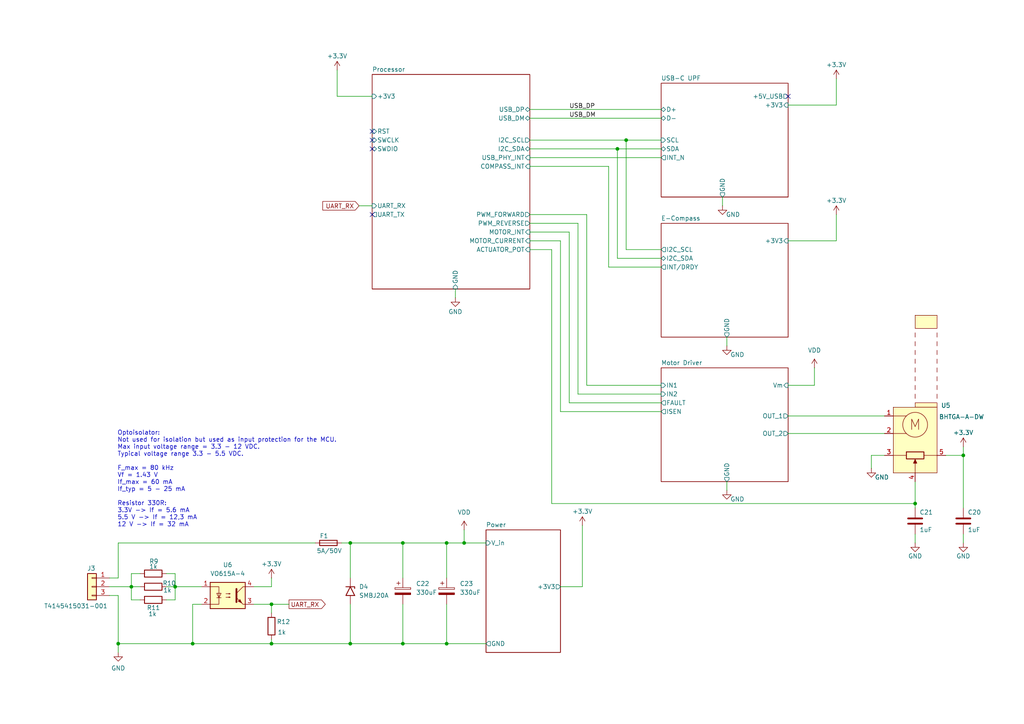
<source format=kicad_sch>
(kicad_sch (version 20231120) (generator "eeschema") (generator_version "8.0")
  (paper "A4")
  (title_block (title "AutoTiller Control Board") (date "2024-07-27") (rev "A"))
  (lib_symbols
    (symbol "AutoTiller:BHTGA-A-DW"
      (property "Reference" "U" (at 7.874 5.588 0))
      (property "Value" "BHTGA-A-DW" (at 9.144 -13.97 0))
      (symbol "BHTGA-A-DW_0_1"
        (polyline (pts (xy 0 -10.16) (xy 0 -9.144)))
        (polyline (pts (xy 0 8.89) (xy 0 10.16)))
        (polyline (pts (xy 0 11.43) (xy 0 12.7)))
        (polyline (pts (xy 0 13.97) (xy 0 15.24)))
        (polyline (pts (xy 0 16.51) (xy 0 17.78)))
        (polyline (pts (xy 0 19.05) (xy 0 20.32)))
        (polyline (pts (xy 0 21.59) (xy 0 22.86)))
        (polyline (pts (xy 0 24.13) (xy 0 25.4)))
        (polyline (pts (xy 0 26.67) (xy 0 27.94)))
        (polyline (pts (xy 6.35 8.89) (xy 6.35 10.16)))
        (polyline (pts (xy 6.35 11.43) (xy 6.35 12.7)))
        (polyline (pts (xy 6.35 13.97) (xy 6.35 15.24)))
        (polyline (pts (xy 6.35 16.51) (xy 6.35 17.78)))
        (polyline (pts (xy 6.35 19.05) (xy 6.35 20.32)))
        (polyline (pts (xy 6.35 21.59) (xy 6.35 22.86)))
        (polyline (pts (xy 6.35 24.13) (xy 6.35 25.4)))
        (polyline (pts (xy 6.35 26.67) (xy 6.35 27.94)))
        (polyline (pts (xy 0 -8.763) (xy 0.508 -9.906) (xy -0.508 -9.906) (xy 0 -8.763)) (fill (type outline)))
        (rectangle (start 2.54 -8.636) (end -2.54 -6.604) (stroke (width 0.254)))
      )
      (symbol "BHTGA-A-DW_1_1"
        (rectangle (start -6.35 6.35) (end 6.35 -12.7) (fill (type background)))
        (polyline (pts (xy -6.35 -7.62) (xy -2.54 -7.62)))
        (polyline (pts (xy -6.35 -1.27) (xy -2.54 -1.27)))
        (polyline (pts (xy -6.35 3.81) (xy -2.54 3.81)))
        (polyline (pts (xy 0 -10.16) (xy 0 -12.7)))
        (polyline (pts (xy 2.54 -7.62) (xy 6.35 -7.62)))
        (circle (center 0 1.27) (radius 3.5921))
        (rectangle (start 0 7.62) (end 6.35 6.35) (fill (type background)))
        (rectangle (start 0 33.02) (end 6.35 29.21) (fill (type background)))
        (text "M" (at 0 1.27 0) (effects (font (size 3 3))))
        (pin input line (at -8.89 3.81 0) (length 2.54) (name "") (number "1"))
        (pin input line (at -8.89 -1.27 0) (length 2.54) (name "") (number "2"))
        (pin passive line (at -8.89 -7.62 0) (length 2.54) (name "") (number "3"))
        (pin passive line (at 0 -15.24 90) (length 2.54) (name "") (number "4"))
        (pin passive line (at 8.89 -7.62 180) (length 2.54) (name "") (number "5"))
      )
    )
    (symbol "Connector_Generic:Conn_01x03" (pin_names (offset 1.016) hide)
      (property "Reference" "J" (at 0 5.08 0))
      (property "Value" "Conn_01x03" (at 0 -5.08 0))
      (symbol "Conn_01x03_1_1"
        (rectangle (start -1.27 -2.413) (end 0 -2.667) (stroke (width 0.1524)))
        (rectangle (start -1.27 0.127) (end 0 -0.127) (stroke (width 0.1524)))
        (rectangle (start -1.27 2.667) (end 0 2.413) (stroke (width 0.1524)))
        (rectangle (start -1.27 3.81) (end 1.27 -3.81) (stroke (width 0.254)) (fill (type background)))
        (pin passive line (at -5.08 2.54 0) (length 3.81) (name "Pin_1") (number "1"))
        (pin passive line (at -5.08 0 0) (length 3.81) (name "Pin_2") (number "2"))
        (pin passive line (at -5.08 -2.54 0) (length 3.81) (name "Pin_3") (number "3"))
      )
    )
    (symbol "Device:C" (pin_numbers hide) (pin_names (offset 0.254))
      (property "Reference" "C" (at 0.635 2.54 0))
      (property "Value" "C" (at 0.635 -2.54 0))
      (symbol "C_0_1"
        (polyline (pts (xy -2.032 -0.762) (xy 2.032 -0.762)) (stroke (width 0.508)))
        (polyline (pts (xy -2.032 0.762) (xy 2.032 0.762)) (stroke (width 0.508)))
      )
      (symbol "C_1_1"
        (pin passive line (at 0 3.81 270) (length 2.794) (name "~") (number "1"))
        (pin passive line (at 0 -3.81 90) (length 2.794) (name "~") (number "2"))
      )
    )
    (symbol "Device:C_Polarized" (pin_numbers hide) (pin_names (offset 0.254))
      (property "Reference" "C" (at 0.635 2.54 0))
      (property "Value" "C_Polarized" (at 0.635 -2.54 0))
      (symbol "C_Polarized_0_1"
        (rectangle (start -2.286 0.508) (end 2.286 1.016))
        (polyline (pts (xy -1.778 2.286) (xy -0.762 2.286)))
        (polyline (pts (xy -1.27 2.794) (xy -1.27 1.778)))
        (rectangle (start 2.286 -0.508) (end -2.286 -1.016) (fill (type outline)))
      )
      (symbol "C_Polarized_1_1"
        (pin passive line (at 0 3.81 270) (length 2.794) (name "~") (number "1"))
        (pin passive line (at 0 -3.81 90) (length 2.794) (name "~") (number "2"))
      )
    )
    (symbol "Device:Fuse" (pin_numbers hide) (pin_names (offset 0))
      (property "Reference" "F" (at 2.032 0 90))
      (property "Value" "Fuse" (at -1.905 0 90))
      (symbol "Fuse_0_1"
        (rectangle (start -0.762 -2.54) (end 0.762 2.54) (stroke (width 0.254)))
        (polyline (pts (xy 0 2.54) (xy 0 -2.54)))
      )
      (symbol "Fuse_1_1"
        (pin passive line (at 0 3.81 270) (length 1.27) (name "~") (number "1"))
        (pin passive line (at 0 -3.81 90) (length 1.27) (name "~") (number "2"))
      )
    )
    (symbol "Device:R" (pin_numbers hide) (pin_names (offset 0))
      (property "Reference" "R" (at 2.032 0 90))
      (property "Value" "R" (at 0 0 90))
      (symbol "R_0_1"
        (rectangle (start -1.016 -2.54) (end 1.016 2.54) (stroke (width 0.254)))
      )
      (symbol "R_1_1"
        (pin passive line (at 0 3.81 270) (length 1.27) (name "~") (number "1"))
        (pin passive line (at 0 -3.81 90) (length 1.27) (name "~") (number "2"))
      )
    )
    (symbol "Diode:SM6T10A" (pin_numbers hide) (pin_names (offset 1.016) hide)
      (property "Reference" "D" (at 0 2.54 0))
      (property "Value" "SM6T10A" (at 0 -2.54 0))
      (symbol "SM6T10A_0_1"
        (polyline (pts (xy -0.762 1.27) (xy -1.27 1.27) (xy -1.27 -1.27)) (stroke (width 0.254)))
        (polyline (pts (xy 1.27 1.27) (xy 1.27 -1.27) (xy -1.27 0) (xy 1.27 1.27)) (stroke (width 0.254)))
      )
      (symbol "SM6T10A_1_1"
        (pin passive line (at -3.81 0 0) (length 2.54) (name "A1") (number "1"))
        (pin passive line (at 3.81 0 180) (length 2.54) (name "A2") (number "2"))
      )
    )
    (symbol "Isolator:VO615A-4" (pin_names (offset 0.762))
      (property "Reference" "U" (at 0 7.62 0))
      (property "Value" "VO615A-4" (at 0 5.08 0))
      (symbol "VO615A-4_0_1"
        (rectangle (start -5.08 3.81) (end 5.08 -3.81) (stroke (width 0.254)) (fill (type background)))
        (polyline (pts (xy -3.175 -0.635) (xy -1.905 -0.635)))
        (polyline (pts (xy 2.54 0.635) (xy 4.445 2.54)))
        (polyline (pts (xy 4.445 -2.54) (xy 2.54 -0.635)) (fill (type outline)))
        (polyline (pts (xy 4.445 -2.54) (xy 5.08 -2.54)))
        (polyline (pts (xy 4.445 2.54) (xy 5.08 2.54)))
        (polyline (pts (xy 2.54 1.905) (xy 2.54 -1.905) (xy 2.54 -1.905)) (stroke (width 0.508)))
        (polyline (pts (xy -5.08 2.54) (xy -2.54 2.54) (xy -2.54 -2.54) (xy -5.08 -2.54)))
        (polyline (pts (xy -2.54 -0.635) (xy -3.175 0.635) (xy -1.905 0.635) (xy -2.54 -0.635)))
        (polyline (pts (xy -0.508 -0.508) (xy 0.762 -0.508) (xy 0.381 -0.635) (xy 0.381 -0.381) (xy 0.762 -0.508)))
        (polyline (pts (xy -0.508 0.508) (xy 0.762 0.508) (xy 0.381 0.381) (xy 0.381 0.635) (xy 0.762 0.508)))
        (polyline (pts (xy 3.048 -1.651) (xy 3.556 -1.143) (xy 4.064 -2.159) (xy 3.048 -1.651) (xy 3.048 -1.651)) (fill (type outline)))
      )
      (symbol "VO615A-4_1_1"
        (pin passive line (at -7.62 2.54 0) (length 2.54) (name "~") (number "1"))
        (pin passive line (at -7.62 -2.54 0) (length 2.54) (name "~") (number "2"))
        (pin passive line (at 7.62 -2.54 180) (length 2.54) (name "~") (number "3"))
        (pin passive line (at 7.62 2.54 180) (length 2.54) (name "~") (number "4"))
      )
    )
    (symbol "power:+3.3V" (power) (pin_numbers hide) (pin_names (offset 0) hide)
      (property "Value" "+3.3V" (at 0 3.556 0))
      (symbol "+3.3V_0_1"
        (polyline (pts (xy -0.762 1.27) (xy 0 2.54)))
        (polyline (pts (xy 0 0) (xy 0 2.54)))
        (polyline (pts (xy 0 2.54) (xy 0.762 1.27)))
      )
      (symbol "+3.3V_1_1"
        (pin power_in line (at 0 0 90) (length 0) (name "~") (number "1"))
      )
    )
    (symbol "power:GND" (power) (pin_numbers hide) (pin_names (offset 0) hide)
      (property "Value" "GND" (at 0 -3.81 0))
      (symbol "GND_0_1"
        (polyline (pts (xy 0 0) (xy 0 -1.27) (xy 1.27 -1.27) (xy 0 -2.54) (xy -1.27 -1.27) (xy 0 -1.27)))
      )
      (symbol "GND_1_1"
        (pin power_in line (at 0 0 270) (length 0) (name "~") (number "1"))
      )
    )
    (symbol "power:VDD" (power) (pin_numbers hide) (pin_names (offset 0) hide)
      (property "Value" "VDD" (at 0 3.556 0))
      (symbol "VDD_0_1"
        (polyline (pts (xy -0.762 1.27) (xy 0 2.54)))
        (polyline (pts (xy 0 0) (xy 0 2.54)))
        (polyline (pts (xy 0 2.54) (xy 0.762 1.27)))
      )
      (symbol "VDD_1_1"
        (pin power_in line (at 0 0 90) (length 0) (name "~") (number "1"))
      )
    )
  )
  (junction (at 55.88 186.69))
  (junction (at 101.6 157.48))
  (junction (at 34.29 186.69))
  (junction (at 134.62 157.48))
  (junction (at 129.54 186.69))
  (junction (at 101.6 186.69))
  (junction (at 279.4 132.08))
  (junction (at 265.43 146.05))
  (junction (at 129.54 157.48))
  (junction (at 181.61 40.64))
  (junction (at 78.74 175.26))
  (junction (at 179.07 43.18))
  (junction (at 116.84 186.69))
  (junction (at 50.8 170.18))
  (junction (at 116.84 157.48))
  (junction (at 78.74 186.69))
  (junction (at 38.1 170.18))
  (no_connect (at 107.95 43.18))
  (no_connect (at 107.95 40.64))
  (no_connect (at 107.95 62.23))
  (no_connect (at 228.6 27.94))
  (no_connect (at 107.95 38.1))
  (wire (pts (xy 170.18 62.23) (xy 170.18 111.76)))
  (wire (pts (xy 265.43 147.32) (xy 265.43 146.05)))
  (wire (pts (xy 153.67 40.64) (xy 181.61 40.64)))
  (wire (pts (xy 179.07 74.93) (xy 179.07 43.18)))
  (wire (pts (xy 101.6 167.64) (xy 101.6 157.48)))
  (wire (pts (xy 181.61 72.39) (xy 181.61 40.64)))
  (wire (pts (xy 101.6 175.26) (xy 101.6 186.69)))
  (wire (pts (xy 129.54 186.69) (xy 140.97 186.69)))
  (wire (pts (xy 40.64 173.99) (xy 38.1 173.99)))
  (wire (pts (xy 132.08 83.82) (xy 132.08 86.36)))
  (wire (pts (xy 168.91 170.18) (xy 168.91 152.4)))
  (wire (pts (xy 40.64 166.37) (xy 38.1 166.37)))
  (wire (pts (xy 97.79 27.94) (xy 107.95 27.94)))
  (wire (pts (xy 134.62 153.67) (xy 134.62 157.48)))
  (wire (pts (xy 191.77 74.93) (xy 179.07 74.93)))
  (wire (pts (xy 31.75 167.64) (xy 34.29 167.64)))
  (wire (pts (xy 99.06 157.48) (xy 101.6 157.48)))
  (wire (pts (xy 34.29 186.69) (xy 55.88 186.69)))
  (wire (pts (xy 191.77 77.47) (xy 176.53 77.47)))
  (wire (pts (xy 165.1 116.84) (xy 165.1 67.31)))
  (wire (pts (xy 170.18 111.76) (xy 191.77 111.76)))
  (wire (pts (xy 38.1 166.37) (xy 38.1 170.18)))
  (wire (pts (xy 34.29 172.72) (xy 34.29 186.69)))
  (wire (pts (xy 129.54 157.48) (xy 129.54 167.64)))
  (wire (pts (xy 181.61 40.64) (xy 191.77 40.64)))
  (wire (pts (xy 279.4 154.94) (xy 279.4 157.48)))
  (wire (pts (xy 116.84 175.26) (xy 116.84 186.69)))
  (wire (pts (xy 162.56 69.85) (xy 162.56 119.38)))
  (wire (pts (xy 153.67 31.75) (xy 191.77 31.75)))
  (wire (pts (xy 97.79 20.32) (xy 97.79 27.94)))
  (wire (pts (xy 210.82 97.79) (xy 210.82 100.33)))
  (wire (pts (xy 78.74 186.69) (xy 101.6 186.69)))
  (wire (pts (xy 242.57 22.86) (xy 242.57 30.48)))
  (wire (pts (xy 228.6 120.65) (xy 256.54 120.65)))
  (wire (pts (xy 153.67 62.23) (xy 170.18 62.23)))
  (wire (pts (xy 242.57 30.48) (xy 228.6 30.48)))
  (wire (pts (xy 265.43 154.94) (xy 265.43 157.48)))
  (wire (pts (xy 153.67 69.85) (xy 162.56 69.85)))
  (wire (pts (xy 162.56 170.18) (xy 168.91 170.18)))
  (wire (pts (xy 129.54 175.26) (xy 129.54 186.69)))
  (wire (pts (xy 160.02 146.05) (xy 265.43 146.05)))
  (wire (pts (xy 162.56 119.38) (xy 191.77 119.38)))
  (wire (pts (xy 31.75 170.18) (xy 38.1 170.18)))
  (wire (pts (xy 179.07 43.18) (xy 191.77 43.18)))
  (wire (pts (xy 34.29 172.72) (xy 31.75 172.72)))
  (wire (pts (xy 55.88 175.26) (xy 55.88 186.69)))
  (wire (pts (xy 48.26 173.99) (xy 50.8 173.99)))
  (wire (pts (xy 210.82 139.7) (xy 210.82 142.24)))
  (wire (pts (xy 176.53 77.47) (xy 176.53 48.26)))
  (wire (pts (xy 58.42 175.26) (xy 55.88 175.26)))
  (wire (pts (xy 256.54 132.08) (xy 252.73 132.08)))
  (wire (pts (xy 228.6 125.73) (xy 256.54 125.73)))
  (wire (pts (xy 78.74 185.42) (xy 78.74 186.69)))
  (wire (pts (xy 78.74 167.64) (xy 78.74 170.18)))
  (wire (pts (xy 153.67 72.39) (xy 160.02 72.39)))
  (wire (pts (xy 38.1 170.18) (xy 40.64 170.18)))
  (wire (pts (xy 101.6 157.48) (xy 116.84 157.48)))
  (wire (pts (xy 279.4 129.54) (xy 279.4 132.08)))
  (wire (pts (xy 153.67 34.29) (xy 191.77 34.29)))
  (wire (pts (xy 116.84 157.48) (xy 129.54 157.48)))
  (wire (pts (xy 129.54 157.48) (xy 134.62 157.48)))
  (wire (pts (xy 279.4 132.08) (xy 274.32 132.08)))
  (wire (pts (xy 160.02 72.39) (xy 160.02 146.05)))
  (wire (pts (xy 279.4 132.08) (xy 279.4 147.32)))
  (wire (pts (xy 34.29 157.48) (xy 91.44 157.48)))
  (wire (pts (xy 48.26 170.18) (xy 50.8 170.18)))
  (wire (pts (xy 116.84 186.69) (xy 129.54 186.69)))
  (wire (pts (xy 191.77 72.39) (xy 181.61 72.39)))
  (wire (pts (xy 116.84 157.48) (xy 116.84 167.64)))
  (wire (pts (xy 165.1 67.31) (xy 153.67 67.31)))
  (wire (pts (xy 48.26 166.37) (xy 50.8 166.37)))
  (wire (pts (xy 34.29 167.64) (xy 34.29 157.48)))
  (wire (pts (xy 167.64 64.77) (xy 153.67 64.77)))
  (wire (pts (xy 78.74 175.26) (xy 83.82 175.26)))
  (wire (pts (xy 176.53 48.26) (xy 153.67 48.26)))
  (wire (pts (xy 73.66 175.26) (xy 78.74 175.26)))
  (wire (pts (xy 50.8 173.99) (xy 50.8 170.18)))
  (wire (pts (xy 101.6 186.69) (xy 116.84 186.69)))
  (wire (pts (xy 38.1 173.99) (xy 38.1 170.18)))
  (wire (pts (xy 242.57 62.23) (xy 242.57 69.85)))
  (wire (pts (xy 104.14 59.69) (xy 107.95 59.69)))
  (wire (pts (xy 191.77 116.84) (xy 165.1 116.84)))
  (wire (pts (xy 50.8 166.37) (xy 50.8 170.18)))
  (wire (pts (xy 191.77 114.3) (xy 167.64 114.3)))
  (wire (pts (xy 50.8 170.18) (xy 58.42 170.18)))
  (wire (pts (xy 78.74 170.18) (xy 73.66 170.18)))
  (wire (pts (xy 265.43 139.7) (xy 265.43 146.05)))
  (wire (pts (xy 252.73 132.08) (xy 252.73 135.89)))
  (wire (pts (xy 167.64 114.3) (xy 167.64 64.77)))
  (wire (pts (xy 153.67 45.72) (xy 191.77 45.72)))
  (wire (pts (xy 153.67 43.18) (xy 179.07 43.18)))
  (wire (pts (xy 236.22 106.68) (xy 236.22 111.76)))
  (wire (pts (xy 209.55 57.15) (xy 209.55 59.69)))
  (wire (pts (xy 242.57 69.85) (xy 228.6 69.85)))
  (wire (pts (xy 34.29 186.69) (xy 34.29 189.23)))
  (wire (pts (xy 55.88 186.69) (xy 78.74 186.69)))
  (wire (pts (xy 236.22 111.76) (xy 228.6 111.76)))
  (wire (pts (xy 78.74 175.26) (xy 78.74 177.8)))
  (wire (pts (xy 140.97 157.48) (xy 134.62 157.48)))
  (text "Optoisolator:\nNot used for isolation but used as input protection for the MCU.\nMax input voltage range = 3.3 - 12 VDC.\nTypical voltage range 3.3 - 5.5 VDC.\n\nF_max = 80 kHz\nVf = 1.43 V\nIf_max = 60 mA\nIf_typ = 5 - 25 mA\n\nResistor 330R:\n3.3V -> If = 5.6 mA\n5.5 V -> If = 12,3 mA\n12 V -> If = 32 mA" (at 34.036 138.938 0) (effects (font (size 1.27 1.27)) (justify left)))
  (label "USB_DM" (at 165.1 34.29 0))
  (label "USB_DP" (at 165.1 31.75 0))
  (global_label "UART_RX" (shape output) (at 83.82 175.26 0) (property "Intersheetrefs" "${INTERSHEET_REFS}" (effects (hide yes))))
  (global_label "UART_RX" (shape input) (at 104.14 59.69 180) (property "Intersheetrefs" "${INTERSHEET_REFS}" (effects (hide yes))))
  (symbol (lib_id "power:GND") (at 265.43 157.48 0) (unit 1)
    (property "Reference" "#PWR013" (effects (hide yes)))
    (property "Value" "GND" (at 265.43 161.29 0))
    (property "Description" "Power symbol creates a global label with name \"GND\" , ground" (effects (hide yes)))
  )
  (symbol (lib_id "power:GND") (at 34.29 189.23 0) (unit 1)
    (property "Reference" "#PWR017" (effects (hide yes)))
    (property "Value" "GND" (at 34.29 193.802 0))
    (property "Description" "Power symbol creates a global label with name \"GND\" , ground" (effects (hide yes)))
  )
  (symbol (lib_id "Device:C_Polarized") (at 116.84 171.45 0) (unit 1)
    (property "Reference" "C22" (at 120.65 169.2909 0) (effects (justify left)))
    (property "Value" "330uF" (at 120.65 171.8309 0) (effects (justify left)))
    (property "Footprint" "Capacitor_SMD:CP_Elec_10x10.5" (effects (hide yes)))
    (property "Datasheet" "https://www.rubycon.co.jp/wp-content/uploads/catalog-aluminum/TZV.pdf" (effects (hide yes)))
    (property "Voltage" "50V" (effects (hide yes)))
    (property "MPN" "35TZV330M10X10.5" (effects (hide yes)))
  )
  (symbol (lib_id "power:+3.3V") (at 242.57 22.86 0) (unit 1)
    (property "Reference" "#PWR06" (effects (hide yes)))
    (property "Value" "+3.3V" (at 242.57 18.796 0))
    (property "Description" "Power symbol creates a global label with name \"+3.3V\"" (effects (hide yes)))
  )
  (symbol (lib_id "AutoTiller:BHTGA-A-DW") (at 265.43 124.46 0) (unit 1)
    (property "Reference" "U5" (at 274.32 117.602 0))
    (property "Value" "BHTGA-A-DW" (at 278.892 120.904 0))
  )
  (symbol (lib_id "Device:C_Polarized") (at 129.54 171.45 0) (unit 1)
    (property "Reference" "C23" (at 133.35 169.2909 0) (effects (justify left)))
    (property "Value" "330uF" (at 133.35 171.8309 0) (effects (justify left)))
    (property "Footprint" "Capacitor_SMD:CP_Elec_10x10.5" (effects (hide yes)))
    (property "Datasheet" "https://www.rubycon.co.jp/wp-content/uploads/catalog-aluminum/TZV.pdf" (effects (hide yes)))
    (property "Voltage" "50V" (effects (hide yes)))
    (property "MPN" "35TZV330M10X10.5" (effects (hide yes)))
  )
  (symbol (lib_id "power:+3.3V") (at 97.79 20.32 0) (unit 1)
    (property "Reference" "#PWR08" (effects (hide yes)))
    (property "Value" "+3.3V" (at 97.79 16.256 0))
    (property "Description" "Power symbol creates a global label with name \"+3.3V\"" (effects (hide yes)))
  )
  (symbol (lib_id "power:GND") (at 279.4 157.48 0) (unit 1)
    (property "Reference" "#PWR010" (effects (hide yes)))
    (property "Value" "GND" (at 279.4 161.29 0))
    (property "Description" "Power symbol creates a global label with name \"GND\" , ground" (effects (hide yes)))
  )
  (symbol (lib_id "Device:R") (at 78.74 181.61 0) (unit 1)
    (property "Reference" "R12" (at 80.264 180.34 0) (effects (justify left)))
    (property "Value" "1k" (at 80.518 183.388 0) (effects (justify left)))
    (property "Footprint" "Resistor_SMD:R_0603_1608Metric" (effects (hide yes)))
  )
  (symbol (lib_id "power:+3.3V") (at 78.74 167.64 0) (unit 1)
    (property "Reference" "#PWR018" (effects (hide yes)))
    (property "Value" "+3.3V" (at 78.74 163.576 0))
    (property "Description" "Power symbol creates a global label with name \"+3.3V\"" (effects (hide yes)))
  )
  (symbol (lib_id "Device:R") (at 44.45 170.18 90) (unit 1)
    (property "Reference" "R10" (at 51.054 169.164 90) (effects (justify left)))
    (property "Value" "1k" (at 49.784 171.196 90) (effects (justify left)))
    (property "Footprint" "Resistor_SMD:R_0603_1608Metric" (effects (hide yes)))
  )
  (symbol (lib_id "Device:R") (at 44.45 173.99 90) (unit 1)
    (property "Reference" "R11" (at 46.482 176.276 90) (effects (justify left)))
    (property "Value" "1k" (at 45.466 178.054 90) (effects (justify left)))
    (property "Footprint" "Resistor_SMD:R_0603_1608Metric" (effects (hide yes)))
  )
  (symbol (lib_id "power:+3.3V") (at 168.91 152.4 0) (unit 1)
    (property "Reference" "#PWR09" (effects (hide yes)))
    (property "Value" "+3.3V" (at 168.91 148.336 0))
    (property "Description" "Power symbol creates a global label with name \"+3.3V\"" (effects (hide yes)))
  )
  (symbol (lib_id "power:GND") (at 132.08 86.36 0) (unit 1)
    (property "Reference" "#PWR04" (effects (hide yes)))
    (property "Value" "GND" (at 132.08 90.424 0))
    (property "Description" "Power symbol creates a global label with name \"GND\" , ground" (effects (hide yes)))
  )
  (symbol (lib_id "Device:C") (at 279.4 151.13 0) (unit 1)
    (property "Reference" "C20" (at 280.67 148.59 0) (effects (justify left)))
    (property "Value" "1uF" (at 280.67 153.67 0) (effects (justify left)))
    (property "Footprint" "Capacitor_SMD:C_0603_1608Metric" (effects (hide yes)))
    (property "Voltage" "50V" (effects (hide yes)))
  )
  (symbol (lib_id "power:GND") (at 209.55 59.69 0) (unit 1)
    (property "Reference" "#PWR01" (effects (hide yes)))
    (property "Value" "GND" (at 212.598 62.23 0))
    (property "Description" "Power symbol creates a global label with name \"GND\" , ground" (effects (hide yes)))
  )
  (symbol (lib_id "power:VDD") (at 134.62 153.67 0) (unit 1)
    (property "Reference" "#PWR016" (effects (hide yes)))
    (property "Value" "VDD" (at 134.62 148.59 0))
    (property "Description" "Power symbol creates a global label with name \"VDD\"" (effects (hide yes)))
  )
  (symbol (lib_id "Diode:SM6T10A") (at 101.6 171.45 270) (unit 1)
    (property "Reference" "D4" (at 104.14 170.1799 90) (effects (justify left)))
    (property "Value" "SMBJ20A" (at 104.14 172.7199 90) (effects (justify left)))
    (property "Footprint" "Diode_SMD:D_SMB" (effects (hide yes)))
  )
  (symbol (lib_id "power:+3.3V") (at 279.4 129.54 0) (unit 1)
    (property "Reference" "#PWR012" (effects (hide yes)))
    (property "Value" "+3.3V" (at 279.4 125.476 0))
    (property "Description" "Power symbol creates a global label with name \"+3.3V\"" (effects (hide yes)))
  )
  (symbol (lib_id "power:+3.3V") (at 242.57 62.23 0) (unit 1)
    (property "Reference" "#PWR07" (effects (hide yes)))
    (property "Value" "+3.3V" (at 242.57 58.166 0))
    (property "Description" "Power symbol creates a global label with name \"+3.3V\"" (effects (hide yes)))
  )
  (symbol (lib_id "power:GND") (at 210.82 142.24 0) (unit 1)
    (property "Reference" "#PWR03" (effects (hide yes)))
    (property "Value" "GND" (at 213.868 144.78 0))
    (property "Description" "Power symbol creates a global label with name \"GND\" , ground" (effects (hide yes)))
  )
  (symbol (lib_id "power:GND") (at 210.82 100.33 0) (unit 1)
    (property "Reference" "#PWR02" (effects (hide yes)))
    (property "Value" "GND" (at 213.868 102.87 0))
    (property "Description" "Power symbol creates a global label with name \"GND\" , ground" (effects (hide yes)))
  )
  (symbol (lib_id "Connector_Generic:Conn_01x03") (at 26.67 170.18 0) (mirror y) (unit 1)
    (property "Reference" "J3" (at 27.686 164.846 0) (effects (justify left)))
    (property "Value" "T4145415031-001" (at 31.242 175.768 0) (effects (justify left)))
    (property "Footprint" "AutoTiller:T4145415031-001" (effects (hide yes)))
    (property "Description" "Generic connector, single row, 01x03, script generated (kicad-library-utils/schlib/autogen/connector/)" (effects (hide yes)))
  )
  (symbol (lib_id "Device:Fuse") (at 95.25 157.48 90) (unit 1)
    (property "Reference" "F1" (at 93.98 155.448 90))
    (property "Value" "5A/50V" (at 95.504 159.766 90))
    (property "Footprint" "AutoTiller:696106003002" (effects (hide yes)))
    (property "Specs" " Slow-Blow" (effects (hide yes)))
  )
  (symbol (lib_id "Isolator:VO615A-4") (at 66.04 172.72 0) (unit 1)
    (property "Reference" "U6" (at 66.04 163.83 0))
    (property "Value" "VO615A-4" (at 66.04 166.37 0))
    (property "Footprint" "AutoTiller:VO615A-4X018T" (effects (hide yes)))
    (property "Datasheet" "http://www.vishay.com/docs/81753/vo615a.pdf" (effects (hide yes)))
    (property "Description" "DC Optocoupler, Vce 70V, CTR 160-320% @ 10mA, Viso 5000Vrms, DIP4" (effects (hide yes)))
  )
  (symbol (lib_id "power:GND") (at 252.73 135.89 0) (unit 1)
    (property "Reference" "#PWR011" (effects (hide yes)))
    (property "Value" "GND" (at 255.778 138.43 0))
    (property "Description" "Power symbol creates a global label with name \"GND\" , ground" (effects (hide yes)))
  )
  (symbol (lib_id "Device:R") (at 44.45 166.37 90) (unit 1)
    (property "Reference" "R9" (at 45.974 162.814 90) (effects (justify left)))
    (property "Value" "1k" (at 45.72 164.338 90) (effects (justify left)))
    (property "Footprint" "Resistor_SMD:R_0603_1608Metric" (effects (hide yes)))
  )
  (symbol (lib_id "power:VDD") (at 236.22 106.68 0) (unit 1)
    (property "Reference" "#PWR014" (effects (hide yes)))
    (property "Value" "VDD" (at 236.22 101.6 0))
    (property "Description" "Power symbol creates a global label with name \"VDD\"" (effects (hide yes)))
  )
  (symbol (lib_id "Device:C") (at 265.43 151.13 0) (unit 1)
    (property "Reference" "C21" (at 266.7 148.59 0) (effects (justify left)))
    (property "Value" "1uF" (at 266.7 153.67 0) (effects (justify left)))
    (property "Footprint" "Capacitor_SMD:C_0603_1608Metric" (effects (hide yes)))
    (property "Voltage" "50V" (effects (hide yes)))
  )
  (sheet (at 191.77 106.68) (size 36.83 33.02) (stroke (width 0.1524))
    (property "Sheetname" "Motor Driver" (at 191.77 105.9684 0) (effects (justify left bottom)))
    (property "Sheetfile" "SchematicModules/BrushedDC_Driver.kicad_sch" (effects (hide yes)))
    (pin "GND" output (at 210.82 139.7 270))
    (pin "Vm" input (at 228.6 111.76 0))
    (pin "OUT_1" output (at 228.6 120.65 0))
    (pin "OUT_2" output (at 228.6 125.73 0))
    (pin "IN2" input (at 191.77 114.3 180))
    (pin "IN1" input (at 191.77 111.76 180))
    (pin "FAULT" output (at 191.77 116.84 180))
    (pin "ISEN" output (at 191.77 119.38 180))
  )
  (sheet (at 191.77 64.77) (size 36.83 33.02) (stroke (width 0.1524))
    (property "Sheetname" "E-Compass" (at 191.77 64.0584 0) (effects (justify left bottom)))
    (property "Sheetfile" "SchematicModules/E-Compass.kicad_sch" (effects (hide yes)))
    (pin "I2C_SDA" bidirectional (at 191.77 74.93 180))
    (pin "I2C_SCL" output (at 191.77 72.39 180))
    (pin "+3V3" input (at 228.6 69.85 0))
    (pin "INT{slash}DRDY" output (at 191.77 77.47 180))
    (pin "GND" output (at 210.82 97.79 270))
  )
  (sheet (at 191.77 24.13) (size 36.83 33.02) (stroke (width 0.1524))
    (property "Sheetname" "USB-C UPF" (at 191.77 23.4184 0) (effects (justify left bottom)))
    (property "Sheetfile" "SchematicModules/USB-C_UPF.kicad_sch" (effects (hide yes)))
    (pin "D-" bidirectional (at 191.77 34.29 180))
    (pin "D+" bidirectional (at 191.77 31.75 180))
    (pin "GND" output (at 209.55 57.15 270))
    (pin "SDA" bidirectional (at 191.77 43.18 180))
    (pin "INT_N" output (at 191.77 45.72 180))
    (pin "SCL" input (at 191.77 40.64 180))
    (pin "+3V3" input (at 228.6 30.48 0))
    (pin "+5V_USB" output (at 228.6 27.94 0))
  )
  (sheet (at 140.97 153.67) (size 21.59 35.56) (stroke (width 0.1524))
    (property "Sheetname" "Power" (at 140.97 152.9584 0) (effects (justify left bottom)))
    (property "Sheetfile" "SchematicModules/Power.kicad_sch" (effects (hide yes)))
    (pin "GND" output (at 140.97 186.69 180))
    (pin "+3V3" output (at 162.56 170.18 0))
    (pin "V_in" input (at 140.97 157.48 180))
  )
  (sheet (at 107.95 21.59) (size 45.72 62.23) (stroke (width 0.1524))
    (property "Sheetname" "Processor" (at 107.95 20.8784 0) (effects (justify left bottom)))
    (property "Sheetfile" "SchematicModules/Processor.kicad_sch" (effects (hide yes)))
    (pin "GND" input (at 132.08 83.82 270))
    (pin "+3V3" input (at 107.95 27.94 180))
    (pin "USB_DP" bidirectional (at 153.67 31.75 0))
    (pin "USB_DM" bidirectional (at 153.67 34.29 0))
    (pin "RST" input (at 107.95 38.1 180))
    (pin "SWCLK" input (at 107.95 40.64 180))
    (pin "SWDIO" bidirectional (at 107.95 43.18 180))
    (pin "I2C_SCL" output (at 153.67 40.64 0))
    (pin "I2C_SDA" bidirectional (at 153.67 43.18 0))
    (pin "PWM_FORWARD" output (at 153.67 62.23 0))
    (pin "PWM_REVERSE" output (at 153.67 64.77 0))
    (pin "USB_PHY_INT" input (at 153.67 45.72 0))
    (pin "COMPASS_INT" input (at 153.67 48.26 0))
    (pin "MOTOR_INT" input (at 153.67 67.31 0))
    (pin "MOTOR_CURRENT" input (at 153.67 69.85 0))
    (pin "UART_TX" output (at 107.95 62.23 180))
    (pin "UART_RX" input (at 107.95 59.69 180))
    (pin "ACTUATOR_POT" input (at 153.67 72.39 0))
  )
)
</source>
